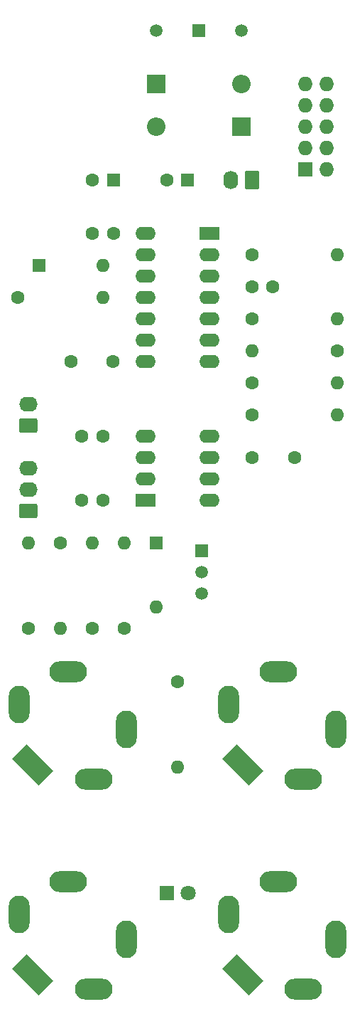
<source format=gts>
G04 #@! TF.GenerationSoftware,KiCad,Pcbnew,6.0.4-6f826c9f35~116~ubuntu20.04.1*
G04 #@! TF.CreationDate,2022-05-06T17:46:24-04:00*
G04 #@! TF.ProjectId,yash,79617368-2e6b-4696-9361-645f70636258,rev?*
G04 #@! TF.SameCoordinates,Original*
G04 #@! TF.FileFunction,Soldermask,Top*
G04 #@! TF.FilePolarity,Negative*
%FSLAX46Y46*%
G04 Gerber Fmt 4.6, Leading zero omitted, Abs format (unit mm)*
G04 Created by KiCad (PCBNEW 6.0.4-6f826c9f35~116~ubuntu20.04.1) date 2022-05-06 17:46:24*
%MOMM*%
%LPD*%
G01*
G04 APERTURE LIST*
G04 Aperture macros list*
%AMRoundRect*
0 Rectangle with rounded corners*
0 $1 Rounding radius*
0 $2 $3 $4 $5 $6 $7 $8 $9 X,Y pos of 4 corners*
0 Add a 4 corners polygon primitive as box body*
4,1,4,$2,$3,$4,$5,$6,$7,$8,$9,$2,$3,0*
0 Add four circle primitives for the rounded corners*
1,1,$1+$1,$2,$3*
1,1,$1+$1,$4,$5*
1,1,$1+$1,$6,$7*
1,1,$1+$1,$8,$9*
0 Add four rect primitives between the rounded corners*
20,1,$1+$1,$2,$3,$4,$5,0*
20,1,$1+$1,$4,$5,$6,$7,0*
20,1,$1+$1,$6,$7,$8,$9,0*
20,1,$1+$1,$8,$9,$2,$3,0*%
%AMRotRect*
0 Rectangle, with rotation*
0 The origin of the aperture is its center*
0 $1 length*
0 $2 width*
0 $3 Rotation angle, in degrees counterclockwise*
0 Add horizontal line*
21,1,$1,$2,0,0,$3*%
G04 Aperture macros list end*
%ADD10O,2.500000X4.500001*%
%ADD11O,4.500001X2.500001*%
%ADD12RotRect,4.500001X2.500001X315.000000*%
%ADD13O,4.500000X2.500000*%
%ADD14O,2.500000X4.500000*%
%ADD15R,1.800000X1.800000*%
%ADD16C,1.800000*%
%ADD17R,1.500000X1.500000*%
%ADD18C,1.500000*%
%ADD19C,1.600000*%
%ADD20RoundRect,0.250000X0.620000X0.850000X-0.620000X0.850000X-0.620000X-0.850000X0.620000X-0.850000X0*%
%ADD21O,1.740000X2.200000*%
%ADD22R,1.600000X1.600000*%
%ADD23O,1.600000X1.600000*%
%ADD24RoundRect,0.250000X0.850000X-0.620000X0.850000X0.620000X-0.850000X0.620000X-0.850000X-0.620000X0*%
%ADD25O,2.200000X1.740000*%
%ADD26R,1.727200X1.727200*%
%ADD27O,1.727200X1.727200*%
%ADD28R,2.200000X2.200000*%
%ADD29O,2.200000X2.200000*%
%ADD30R,2.400000X1.600000*%
%ADD31O,2.400000X1.600000*%
G04 APERTURE END LIST*
D10*
G04 #@! TO.C,J2*
X118900000Y-155500000D03*
D11*
X115000000Y-161400000D03*
D12*
X107760000Y-159740000D03*
D13*
X112000000Y-148600000D03*
D14*
X106100000Y-152500000D03*
G04 #@! TD*
D15*
G04 #@! TO.C,D1*
X98725000Y-150000000D03*
D16*
X101265000Y-150000000D03*
G04 #@! TD*
D17*
G04 #@! TO.C,TP3*
X102540000Y-47370000D03*
G04 #@! TD*
D18*
G04 #@! TO.C,TP2*
X97460000Y-47370000D03*
G04 #@! TD*
D10*
G04 #@! TO.C,J1*
X118900000Y-130500000D03*
D11*
X115000000Y-136400000D03*
D12*
X107760000Y-134740000D03*
D13*
X112000000Y-123600000D03*
D14*
X106100000Y-127500000D03*
G04 #@! TD*
D10*
G04 #@! TO.C,J3*
X93900000Y-130500000D03*
D11*
X90000000Y-136400000D03*
D12*
X82760000Y-134740000D03*
D13*
X87000000Y-123600000D03*
D14*
X81100000Y-127500000D03*
G04 #@! TD*
D10*
G04 #@! TO.C,J4*
X93900000Y-155500000D03*
D11*
X90000000Y-161400000D03*
D12*
X82760000Y-159740000D03*
D13*
X87000000Y-148600000D03*
D14*
X81100000Y-152500000D03*
G04 #@! TD*
D18*
G04 #@! TO.C,TP1*
X107620000Y-47370000D03*
G04 #@! TD*
D19*
G04 #@! TO.C,C4*
X91110000Y-103250000D03*
X88610000Y-103250000D03*
G04 #@! TD*
D20*
G04 #@! TO.C,J10*
X108890000Y-65150000D03*
D21*
X106350000Y-65150000D03*
G04 #@! TD*
D19*
G04 #@! TO.C,C7*
X88580000Y-95620000D03*
X91080000Y-95620000D03*
G04 #@! TD*
D22*
G04 #@! TO.C,D2*
X97460000Y-108330000D03*
D23*
X97460000Y-115950000D03*
G04 #@! TD*
D19*
G04 #@! TO.C,R2*
X108900000Y-93090000D03*
D23*
X119060000Y-93090000D03*
G04 #@! TD*
D22*
G04 #@! TO.C,D3*
X83490000Y-75310000D03*
D23*
X91110000Y-75310000D03*
G04 #@! TD*
D19*
G04 #@! TO.C,R6*
X108890000Y-74040000D03*
D23*
X119050000Y-74040000D03*
G04 #@! TD*
D19*
G04 #@! TO.C,C6*
X92370000Y-71500000D03*
X89870000Y-71500000D03*
G04 #@! TD*
G04 #@! TO.C,R5*
X93650000Y-118490000D03*
D23*
X93650000Y-108330000D03*
G04 #@! TD*
D19*
G04 #@! TO.C,R10*
X82220000Y-118490000D03*
D23*
X82220000Y-108330000D03*
G04 #@! TD*
D19*
G04 #@! TO.C,R12*
X80950000Y-79120000D03*
D23*
X91110000Y-79120000D03*
G04 #@! TD*
D19*
G04 #@! TO.C,C2*
X108890000Y-77850000D03*
X111390000Y-77850000D03*
G04 #@! TD*
D24*
G04 #@! TO.C,J5*
X82220000Y-104520000D03*
D25*
X82220000Y-101980000D03*
X82220000Y-99440000D03*
G04 #@! TD*
D19*
G04 #@! TO.C,R4*
X108890000Y-81660000D03*
D23*
X119050000Y-81660000D03*
G04 #@! TD*
D19*
G04 #@! TO.C,C3*
X92340000Y-86740000D03*
X87340000Y-86740000D03*
G04 #@! TD*
G04 #@! TO.C,R3*
X100000000Y-124840000D03*
D23*
X100000000Y-135000000D03*
G04 #@! TD*
D22*
G04 #@! TO.C,C5*
X92380000Y-65150000D03*
D19*
X89880000Y-65150000D03*
G04 #@! TD*
D22*
G04 #@! TO.C,C8*
X101230000Y-65150000D03*
D19*
X98730000Y-65150000D03*
G04 #@! TD*
G04 #@! TO.C,R8*
X89840000Y-118490000D03*
D23*
X89840000Y-108330000D03*
G04 #@! TD*
D26*
G04 #@! TO.C,J9*
X115240000Y-63880000D03*
D27*
X117780000Y-63880000D03*
X115240000Y-61340000D03*
X117780000Y-61340000D03*
X115240000Y-58800000D03*
X117780000Y-58800000D03*
X115240000Y-56260000D03*
X117780000Y-56260000D03*
X115240000Y-53720000D03*
X117780000Y-53720000D03*
G04 #@! TD*
D19*
G04 #@! TO.C,R9*
X86030000Y-108330000D03*
D23*
X86030000Y-118490000D03*
G04 #@! TD*
D24*
G04 #@! TO.C,J7*
X82220000Y-94360000D03*
D25*
X82220000Y-91820000D03*
G04 #@! TD*
D28*
G04 #@! TO.C,D5*
X97460000Y-53720000D03*
D29*
X107620000Y-53720000D03*
G04 #@! TD*
D19*
G04 #@! TO.C,C1*
X108940000Y-98150000D03*
X113940000Y-98150000D03*
G04 #@! TD*
D30*
G04 #@! TO.C,U2*
X103800000Y-71500000D03*
D31*
X103800000Y-74040000D03*
X103800000Y-76580000D03*
X103800000Y-79120000D03*
X103800000Y-81660000D03*
X103800000Y-84200000D03*
X103800000Y-86740000D03*
X96180000Y-86740000D03*
X96180000Y-84200000D03*
X96180000Y-81660000D03*
X96180000Y-79120000D03*
X96180000Y-76580000D03*
X96180000Y-74040000D03*
X96180000Y-71500000D03*
G04 #@! TD*
D17*
G04 #@! TO.C,Q1*
X102900000Y-109240000D03*
D18*
X102900000Y-111780000D03*
X102900000Y-114320000D03*
G04 #@! TD*
D28*
G04 #@! TO.C,D6*
X107620000Y-58800000D03*
D29*
X97460000Y-58800000D03*
G04 #@! TD*
D30*
G04 #@! TO.C,U1*
X96190000Y-103240000D03*
D31*
X96190000Y-100700000D03*
X96190000Y-98160000D03*
X96190000Y-95620000D03*
X103810000Y-95620000D03*
X103810000Y-98160000D03*
X103810000Y-100700000D03*
X103810000Y-103240000D03*
G04 #@! TD*
D19*
G04 #@! TO.C,R1*
X108890000Y-89280000D03*
D23*
X119050000Y-89280000D03*
G04 #@! TD*
D19*
G04 #@! TO.C,R7*
X119050000Y-85470000D03*
D23*
X108890000Y-85470000D03*
G04 #@! TD*
M02*

</source>
